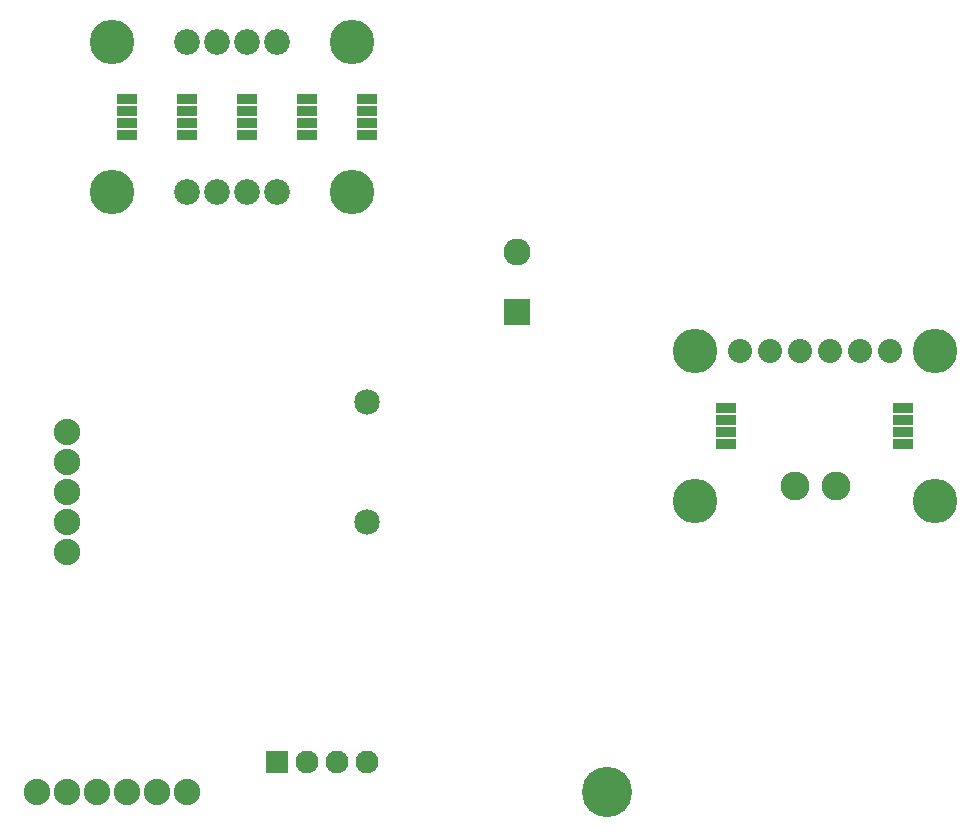
<source format=gbs>
G04 MADE WITH FRITZING*
G04 WWW.FRITZING.ORG*
G04 DOUBLE SIDED*
G04 HOLES PLATED*
G04 CONTOUR ON CENTER OF CONTOUR VECTOR*
%ASAXBY*%
%FSLAX23Y23*%
%MOIN*%
%OFA0B0*%
%SFA1.0B1.0*%
%ADD10C,0.088000*%
%ADD11C,0.085000*%
%ADD12C,0.090000*%
%ADD13C,0.080000*%
%ADD14C,0.148425*%
%ADD15C,0.096000*%
%ADD16C,0.086000*%
%ADD17C,0.167480*%
%ADD18C,0.076000*%
%ADD19R,0.089986X0.090000*%
%ADD20R,0.071024X0.033622*%
%ADD21R,0.076000X0.076000*%
%LNMASK0*%
G90*
G70*
G54D10*
X353Y1419D03*
X353Y1319D03*
X353Y1219D03*
X353Y1119D03*
X353Y1019D03*
X753Y219D03*
X653Y219D03*
X553Y219D03*
X453Y219D03*
X353Y219D03*
X253Y219D03*
G54D11*
X1353Y1119D03*
X1353Y1519D03*
G54D12*
X1853Y1819D03*
X1853Y2019D03*
G54D13*
X2797Y1688D03*
G54D14*
X2447Y1688D03*
G54D13*
X2597Y1688D03*
G54D14*
X2447Y1188D03*
G54D15*
X2780Y1238D03*
G54D13*
X2697Y1688D03*
G54D14*
X3247Y1188D03*
X3247Y1688D03*
G54D13*
X3097Y1688D03*
G54D15*
X2918Y1238D03*
G54D13*
X2997Y1688D03*
X2897Y1688D03*
G54D16*
X1053Y2219D03*
X753Y2719D03*
G54D14*
X1303Y2719D03*
G54D16*
X953Y2719D03*
X853Y2219D03*
G54D14*
X1303Y2219D03*
G54D16*
X1053Y2719D03*
X853Y2719D03*
X753Y2219D03*
X953Y2219D03*
G54D14*
X503Y2719D03*
X503Y2219D03*
G54D17*
X2153Y219D03*
G54D18*
X1353Y319D03*
X1053Y319D03*
X1153Y319D03*
X1253Y319D03*
G54D19*
X1853Y1819D03*
G54D20*
X2551Y1498D03*
X2551Y1458D03*
X2551Y1419D03*
X2551Y1379D03*
X3141Y1379D03*
X3141Y1419D03*
X3141Y1458D03*
X3141Y1498D03*
X755Y2449D03*
X955Y2449D03*
X755Y2488D03*
X755Y2528D03*
X1155Y2410D03*
X955Y2528D03*
X1155Y2449D03*
X1155Y2488D03*
X1155Y2528D03*
X1355Y2410D03*
X955Y2488D03*
X1355Y2449D03*
X1355Y2488D03*
X1355Y2528D03*
X555Y2410D03*
X555Y2449D03*
X555Y2488D03*
X555Y2528D03*
X955Y2410D03*
X755Y2410D03*
G54D21*
X1053Y319D03*
G04 End of Mask0*
M02*
</source>
